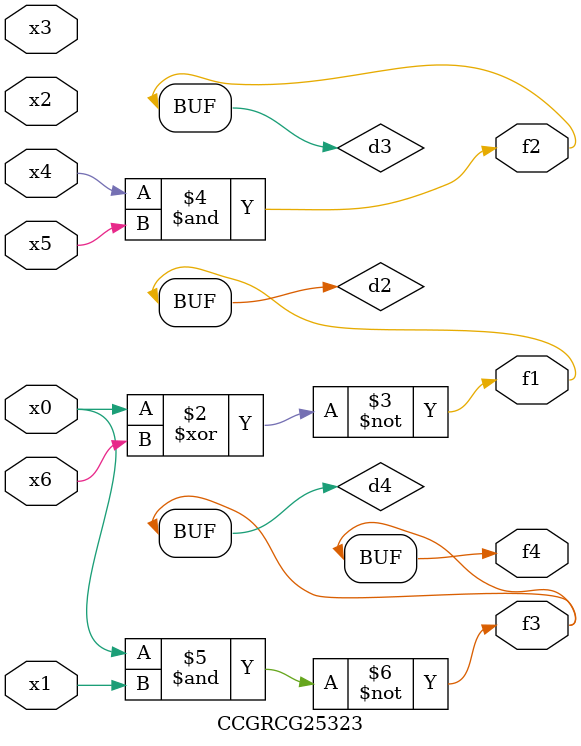
<source format=v>
module CCGRCG25323(
	input x0, x1, x2, x3, x4, x5, x6,
	output f1, f2, f3, f4
);

	wire d1, d2, d3, d4;

	nor (d1, x0);
	xnor (d2, x0, x6);
	and (d3, x4, x5);
	nand (d4, x0, x1);
	assign f1 = d2;
	assign f2 = d3;
	assign f3 = d4;
	assign f4 = d4;
endmodule

</source>
